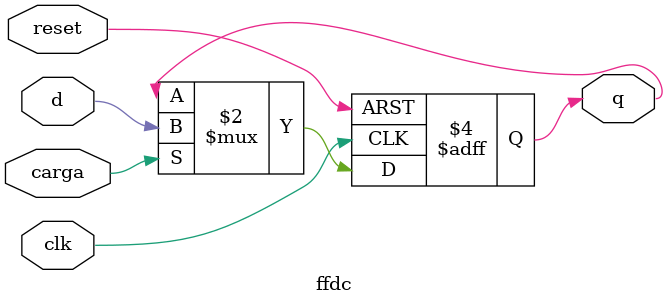
<source format=v>
module ffdc #(parameter retardo = 1)(input wire clk, reset, carga, d, output reg q);
//reset asíncrono, carga síncrona
always @(posedge clk, posedge reset)
  if (reset)
    q <= #retardo 1'b0; //asignación no bloqueante q=0
  else
    if (carga)
      q <= #retardo d; //asignación no bloqueante q=d
endmodule

</source>
